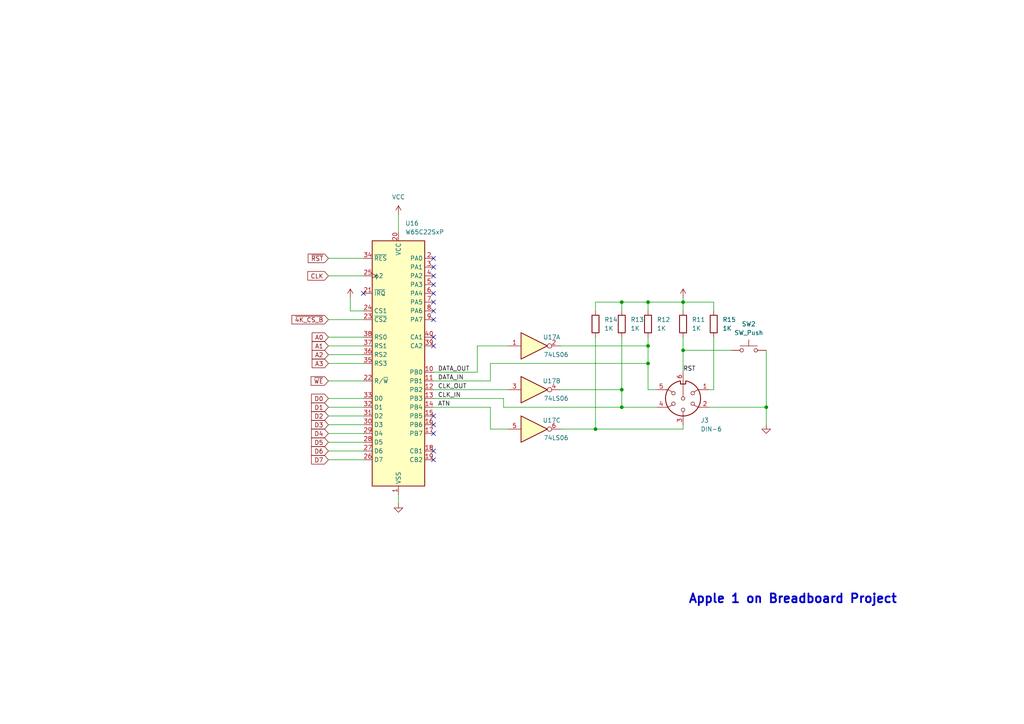
<source format=kicad_sch>
(kicad_sch (version 20230121) (generator eeschema)
  (paper "A4")
  (title_block (title "IEC Interface"))
  (lib_symbols
    (symbol "74xx:74LS06" (pin_names (offset 1.016))
      (property "Reference" "U" (at 0 1.27 0))
      (property "Value" "74LS06" (at 0 -1.27 0))
      (symbol "74LS06_1_0"
        (polyline (pts (xy -3.81 3.81) (xy -3.81 -3.81) (xy 3.81 0) (xy -3.81 3.81)) (stroke (width 0.254)) (fill (type background)))
        (pin input line (at -7.62 0 0) (length 3.81) (name "~") (number "1"))
        (pin open_collector inverted (at 7.62 0 180) (length 3.81) (name "~") (number "2"))
      )
      (symbol "74LS06_2_0"
        (polyline (pts (xy -3.81 3.81) (xy -3.81 -3.81) (xy 3.81 0) (xy -3.81 3.81)) (stroke (width 0.254)) (fill (type background)))
        (pin input line (at -7.62 0 0) (length 3.81) (name "~") (number "3"))
        (pin open_collector inverted (at 7.62 0 180) (length 3.81) (name "~") (number "4"))
      )
      (symbol "74LS06_3_0"
        (polyline (pts (xy -3.81 3.81) (xy -3.81 -3.81) (xy 3.81 0) (xy -3.81 3.81)) (stroke (width 0.254)) (fill (type background)))
        (pin input line (at -7.62 0 0) (length 3.81) (name "~") (number "5"))
        (pin open_collector inverted (at 7.62 0 180) (length 3.81) (name "~") (number "6"))
      )
      (symbol "74LS06_4_0"
        (polyline (pts (xy -3.81 3.81) (xy -3.81 -3.81) (xy 3.81 0) (xy -3.81 3.81)) (stroke (width 0.254)) (fill (type background)))
        (pin open_collector inverted (at 7.62 0 180) (length 3.81) (name "~") (number "8"))
        (pin input line (at -7.62 0 0) (length 3.81) (name "~") (number "9"))
      )
      (symbol "74LS06_5_0"
        (polyline (pts (xy -3.81 3.81) (xy -3.81 -3.81) (xy 3.81 0) (xy -3.81 3.81)) (stroke (width 0.254)) (fill (type background)))
        (pin open_collector inverted (at 7.62 0 180) (length 3.81) (name "~") (number "10"))
        (pin input line (at -7.62 0 0) (length 3.81) (name "~") (number "11"))
      )
      (symbol "74LS06_6_0"
        (polyline (pts (xy -3.81 3.81) (xy -3.81 -3.81) (xy 3.81 0) (xy -3.81 3.81)) (stroke (width 0.254)) (fill (type background)))
        (pin open_collector inverted (at 7.62 0 180) (length 3.81) (name "~") (number "12"))
        (pin input line (at -7.62 0 0) (length 3.81) (name "~") (number "13"))
      )
      (symbol "74LS06_7_0"
        (pin power_in line (at 0 12.7 270) (length 5.08) (name "VCC") (number "14"))
        (pin power_in line (at 0 -12.7 90) (length 5.08) (name "GND") (number "7"))
      )
      (symbol "74LS06_7_1"
        (rectangle (start -5.08 7.62) (end 5.08 -7.62) (stroke (width 0.254)) (fill (type background)))
      )
    )
    (symbol "Connector:DIN-6" (pin_names (offset 1.016))
      (property "Reference" "J" (at 3.175 5.715 0))
      (property "Value" "DIN-6" (at 4.445 -4.445 0))
      (symbol "DIN-6_0_1"
        (arc (start -5.08 0) (mid -3.8609 -3.3364) (end -0.762 -5.08) (stroke (width 0.254)))
        (circle (center -2.794 -1.524) (radius 0.508))
        (circle (center -2.794 1.524) (radius 0.508))
        (polyline (pts (xy 0 -5.08) (xy 0 -0.508)))
        (polyline (pts (xy 0 5.08) (xy 0 3.81)))
        (polyline (pts (xy -5.08 -2.54) (xy -4.318 -2.54) (xy -3.175 -1.905)))
        (polyline (pts (xy -5.08 2.54) (xy -4.318 2.54) (xy -3.175 1.905)))
        (polyline (pts (xy 5.08 -2.54) (xy 4.318 -2.54) (xy 3.175 -1.905)))
        (polyline (pts (xy 5.08 2.54) (xy 4.318 2.54) (xy 3.175 1.905)))
        (polyline (pts (xy -0.762 -4.953) (xy -0.762 -4.191) (xy 0.762 -4.191) (xy 0.762 -4.953)) (stroke (width 0.254)))
        (circle (center 0 0) (radius 0.508))
        (circle (center 0 3.302) (radius 0.508))
        (arc (start 0.762 -5.08) (mid 3.8685 -3.343) (end 5.08 0) (stroke (width 0.254)))
        (circle (center 2.794 -1.524) (radius 0.508))
        (circle (center 2.794 1.524) (radius 0.508))
        (arc (start 5.08 0) (mid 0 5.0579) (end -5.08 0) (stroke (width 0.254)))
      )
      (symbol "DIN-6_1_1"
        (pin passive line (at -7.62 -2.54 0) (length 2.54) (name "~") (number "1"))
        (pin passive line (at -7.62 2.54 0) (length 2.54) (name "~") (number "2"))
        (pin passive line (at 0 7.62 270) (length 2.54) (name "~") (number "3"))
        (pin passive line (at 7.62 2.54 180) (length 2.54) (name "~") (number "4"))
        (pin passive line (at 7.62 -2.54 180) (length 2.54) (name "~") (number "5"))
        (pin passive line (at 0 -7.62 90) (length 2.54) (name "~") (number "6"))
      )
    )
    (symbol "Device:R" (pin_numbers hide) (pin_names (offset 0))
      (property "Reference" "R" (at 2.032 0 90))
      (property "Value" "R" (at 0 0 90))
      (symbol "R_0_1"
        (rectangle (start -1.016 -2.54) (end 1.016 2.54) (stroke (width 0.254)))
      )
      (symbol "R_1_1"
        (pin passive line (at 0 3.81 270) (length 1.27) (name "~") (number "1"))
        (pin passive line (at 0 -3.81 90) (length 1.27) (name "~") (number "2"))
      )
    )
    (symbol "PCM_65xx-library:W65C22SxP"
      (property "Reference" "U" (at 2.54 40.64 0))
      (property "Value" "W65C22SxP" (at 2.54 38.1 0))
      (symbol "W65C22SxP_0_1"
        (rectangle (start -7.62 35.56) (end 7.62 -35.56) (stroke (width 0.254)) (fill (type background)))
      )
      (symbol "W65C22SxP_1_1"
        (pin power_in line (at 0 -38.1 90) (length 2.54) (name "VSS") (number "1"))
        (pin bidirectional line (at 10.16 -2.54 180) (length 2.54) (name "PB0") (number "10"))
        (pin bidirectional line (at 10.16 -5.08 180) (length 2.54) (name "PB1") (number "11"))
        (pin bidirectional line (at 10.16 -7.62 180) (length 2.54) (name "PB2") (number "12"))
        (pin bidirectional line (at 10.16 -10.16 180) (length 2.54) (name "PB3") (number "13"))
        (pin bidirectional line (at 10.16 -12.7 180) (length 2.54) (name "PB4") (number "14"))
        (pin bidirectional line (at 10.16 -15.24 180) (length 2.54) (name "PB5") (number "15"))
        (pin bidirectional line (at 10.16 -17.78 180) (length 2.54) (name "PB6") (number "16"))
        (pin bidirectional line (at 10.16 -20.32 180) (length 2.54) (name "PB7") (number "17"))
        (pin input line (at 10.16 -25.4 180) (length 2.54) (name "CB1") (number "18"))
        (pin bidirectional line (at 10.16 -27.94 180) (length 2.54) (name "CB2") (number "19"))
        (pin bidirectional line (at 10.16 30.48 180) (length 2.54) (name "PA0") (number "2"))
        (pin power_in line (at 0 38.1 270) (length 2.54) (name "VCC") (number "20"))
        (pin output line (at -10.16 20.32 0) (length 2.54) (name "~{IRQ}") (number "21"))
        (pin input line (at -10.16 -5.08 0) (length 2.54) (name "R/~{W}") (number "22"))
        (pin input line (at -10.16 12.7 0) (length 2.54) (name "~{CS2}") (number "23"))
        (pin input line (at -10.16 15.24 0) (length 2.54) (name "CS1") (number "24"))
        (pin input clock (at -10.16 25.4 0) (length 2.54) (name "ϕ2") (number "25"))
        (pin bidirectional line (at -10.16 -27.94 0) (length 2.54) (name "D7") (number "26"))
        (pin bidirectional line (at -10.16 -25.4 0) (length 2.54) (name "D6") (number "27"))
        (pin bidirectional line (at -10.16 -22.86 0) (length 2.54) (name "D5") (number "28"))
        (pin bidirectional line (at -10.16 -20.32 0) (length 2.54) (name "D4") (number "29"))
        (pin bidirectional line (at 10.16 27.94 180) (length 2.54) (name "PA1") (number "3"))
        (pin bidirectional line (at -10.16 -17.78 0) (length 2.54) (name "D3") (number "30"))
        (pin bidirectional line (at -10.16 -15.24 0) (length 2.54) (name "D2") (number "31"))
        (pin bidirectional line (at -10.16 -12.7 0) (length 2.54) (name "D1") (number "32"))
        (pin bidirectional line (at -10.16 -10.16 0) (length 2.54) (name "D0") (number "33"))
        (pin input line (at -10.16 30.48 0) (length 2.54) (name "~{RES}") (number "34"))
        (pin input line (at -10.16 0 0) (length 2.54) (name "RS3") (number "35"))
        (pin input line (at -10.16 2.54 0) (length 2.54) (name "RS2") (number "36"))
        (pin input line (at -10.16 5.08 0) (length 2.54) (name "RS1") (number "37"))
        (pin input line (at -10.16 7.62 0) (length 2.54) (name "RS0") (number "38"))
        (pin bidirectional line (at 10.16 5.08 180) (length 2.54) (name "CA2") (number "39"))
        (pin bidirectional line (at 10.16 25.4 180) (length 2.54) (name "PA2") (number "4"))
        (pin input line (at 10.16 7.62 180) (length 2.54) (name "CA1") (number "40"))
        (pin bidirectional line (at 10.16 22.86 180) (length 2.54) (name "PA3") (number "5"))
        (pin bidirectional line (at 10.16 20.32 180) (length 2.54) (name "PA4") (number "6"))
        (pin bidirectional line (at 10.16 17.78 180) (length 2.54) (name "PA5") (number "7"))
        (pin bidirectional line (at 10.16 15.24 180) (length 2.54) (name "PA6") (number "8"))
        (pin bidirectional line (at 10.16 12.7 180) (length 2.54) (name "PA7") (number "9"))
      )
    )
    (symbol "Switch:SW_Push" (pin_numbers hide) (pin_names (offset 1.016) hide)
      (property "Reference" "SW" (at 1.27 2.54 0))
      (property "Value" "SW_Push" (at 0 -1.524 0))
      (symbol "SW_Push_0_1"
        (circle (center -2.032 0) (radius 0.508))
        (polyline (pts (xy 0 1.27) (xy 0 3.048)))
        (polyline (pts (xy 2.54 1.27) (xy -2.54 1.27)))
        (circle (center 2.032 0) (radius 0.508))
        (pin passive line (at -5.08 0 0) (length 2.54) (name "1") (number "1"))
        (pin passive line (at 5.08 0 180) (length 2.54) (name "2") (number "2"))
      )
    )
    (symbol "power:GND" (power) (pin_names (offset 0))
      (property "Value" "GND" (at 0 -3.81 0))
      (symbol "GND_0_1"
        (polyline (pts (xy 0 0) (xy 0 -1.27) (xy 1.27 -1.27) (xy 0 -2.54) (xy -1.27 -1.27) (xy 0 -1.27)))
      )
      (symbol "GND_1_1"
        (pin power_in line (at 0 0 270) (length 0) hide (name "GND") (number "1"))
      )
    )
    (symbol "power:VCC" (power) (pin_names (offset 0))
      (property "Value" "VCC" (at 0 3.81 0))
      (symbol "VCC_0_1"
        (polyline (pts (xy -0.762 1.27) (xy 0 2.54)))
        (polyline (pts (xy 0 0) (xy 0 2.54)))
        (polyline (pts (xy 0 2.54) (xy 0.762 1.27)))
      )
      (symbol "VCC_1_1"
        (pin power_in line (at 0 0 90) (length 0) hide (name "VCC") (number "1"))
      )
    )
  )
  (junction (at 180.34 87.63))
  (junction (at 187.96 87.63))
  (junction (at 198.12 101.6))
  (junction (at 180.34 113.03))
  (junction (at 172.72 124.46))
  (junction (at 222.25 118.11))
  (junction (at 198.12 87.63))
  (junction (at 187.96 100.33))
  (junction (at 187.96 105.41))
  (junction (at 180.34 118.11))
  (no_connect (at 125.73 125.73))
  (no_connect (at 125.73 133.35))
  (no_connect (at 125.73 82.55))
  (no_connect (at 125.73 92.71))
  (no_connect (at 125.73 120.65))
  (no_connect (at 125.73 130.81))
  (no_connect (at 125.73 85.09))
  (no_connect (at 125.73 74.93))
  (no_connect (at 125.73 80.01))
  (no_connect (at 125.73 90.17))
  (no_connect (at 125.73 100.33))
  (no_connect (at 125.73 123.19))
  (no_connect (at 125.73 87.63))
  (no_connect (at 105.41 85.09))
  (no_connect (at 125.73 97.79))
  (no_connect (at 125.73 77.47))
  (wire (pts (xy 142.24 124.46) (xy 147.32 124.46)))
  (wire (pts (xy 180.34 118.11) (xy 190.5 118.11)))
  (wire (pts (xy 198.12 124.46) (xy 172.72 124.46)))
  (wire (pts (xy 125.73 107.95) (xy 138.43 107.95)))
  (wire (pts (xy 198.12 101.6) (xy 212.09 101.6)))
  (wire (pts (xy 95.25 80.01) (xy 105.41 80.01)))
  (wire (pts (xy 115.57 62.23) (xy 115.57 67.31)))
  (wire (pts (xy 198.12 97.79) (xy 198.12 101.6)))
  (wire (pts (xy 222.25 101.6) (xy 222.25 118.11)))
  (wire (pts (xy 180.34 90.17) (xy 180.34 87.63)))
  (wire (pts (xy 180.34 87.63) (xy 187.96 87.63)))
  (wire (pts (xy 95.25 92.71) (xy 105.41 92.71)))
  (wire (pts (xy 95.25 102.87) (xy 105.41 102.87)))
  (wire (pts (xy 95.25 123.19) (xy 105.41 123.19)))
  (wire (pts (xy 95.25 128.27) (xy 105.41 128.27)))
  (wire (pts (xy 95.25 100.33) (xy 105.41 100.33)))
  (wire (pts (xy 205.74 118.11) (xy 222.25 118.11)))
  (wire (pts (xy 162.56 113.03) (xy 180.34 113.03)))
  (wire (pts (xy 142.24 118.11) (xy 142.24 124.46)))
  (wire (pts (xy 172.72 87.63) (xy 180.34 87.63)))
  (wire (pts (xy 180.34 113.03) (xy 180.34 118.11)))
  (wire (pts (xy 95.25 120.65) (xy 105.41 120.65)))
  (wire (pts (xy 187.96 113.03) (xy 190.5 113.03)))
  (wire (pts (xy 95.25 110.49) (xy 105.41 110.49)))
  (wire (pts (xy 142.24 110.49) (xy 142.24 105.41)))
  (wire (pts (xy 207.01 90.17) (xy 207.01 87.63)))
  (wire (pts (xy 146.05 115.57) (xy 146.05 118.11)))
  (wire (pts (xy 198.12 123.19) (xy 198.12 124.46)))
  (wire (pts (xy 207.01 87.63) (xy 198.12 87.63)))
  (wire (pts (xy 101.6 90.17) (xy 105.41 90.17)))
  (wire (pts (xy 222.25 118.11) (xy 222.25 123.19)))
  (wire (pts (xy 125.73 110.49) (xy 142.24 110.49)))
  (wire (pts (xy 142.24 105.41) (xy 187.96 105.41)))
  (wire (pts (xy 198.12 86.36) (xy 198.12 87.63)))
  (wire (pts (xy 95.25 118.11) (xy 105.41 118.11)))
  (wire (pts (xy 95.25 133.35) (xy 105.41 133.35)))
  (wire (pts (xy 95.25 105.41) (xy 105.41 105.41)))
  (wire (pts (xy 198.12 101.6) (xy 198.12 107.95)))
  (wire (pts (xy 95.25 125.73) (xy 105.41 125.73)))
  (wire (pts (xy 115.57 143.51) (xy 115.57 146.05)))
  (wire (pts (xy 205.74 113.03) (xy 207.01 113.03)))
  (wire (pts (xy 187.96 97.79) (xy 187.96 100.33)))
  (wire (pts (xy 172.72 90.17) (xy 172.72 87.63)))
  (wire (pts (xy 187.96 87.63) (xy 198.12 87.63)))
  (wire (pts (xy 138.43 107.95) (xy 138.43 100.33)))
  (wire (pts (xy 95.25 74.93) (xy 105.41 74.93)))
  (wire (pts (xy 187.96 90.17) (xy 187.96 87.63)))
  (wire (pts (xy 101.6 86.36) (xy 101.6 90.17)))
  (wire (pts (xy 180.34 97.79) (xy 180.34 113.03)))
  (wire (pts (xy 95.25 115.57) (xy 105.41 115.57)))
  (wire (pts (xy 187.96 105.41) (xy 187.96 113.03)))
  (wire (pts (xy 95.25 97.79) (xy 105.41 97.79)))
  (wire (pts (xy 198.12 87.63) (xy 198.12 90.17)))
  (wire (pts (xy 125.73 115.57) (xy 146.05 115.57)))
  (wire (pts (xy 146.05 118.11) (xy 180.34 118.11)))
  (wire (pts (xy 95.25 130.81) (xy 105.41 130.81)))
  (wire (pts (xy 172.72 124.46) (xy 162.56 124.46)))
  (wire (pts (xy 125.73 118.11) (xy 142.24 118.11)))
  (wire (pts (xy 187.96 100.33) (xy 187.96 105.41)))
  (wire (pts (xy 125.73 113.03) (xy 147.32 113.03)))
  (wire (pts (xy 138.43 100.33) (xy 147.32 100.33)))
  (wire (pts (xy 162.56 100.33) (xy 187.96 100.33)))
  (wire (pts (xy 207.01 113.03) (xy 207.01 97.79)))
  (wire (pts (xy 172.72 97.79) (xy 172.72 124.46)))
  (text "Apple 1 on Breadboard Project" (at 260.35 175.26 0) (effects (font (size 2.54 2.54) (thickness 0.508) bold) (justify right bottom)))
  (label "CLK_IN" (at 127 115.57 0))
  (label "DATA_OUT" (at 127 107.95 0))
  (label "RST" (at 198.12 107.95 0))
  (label "DATA_IN" (at 127 110.49 0))
  (label "ATN" (at 127 118.11 0))
  (label "CLK_OUT" (at 127 113.03 0))
  (global_label "CLK" (shape input) (at 95.25 80.01 180) (property "Intersheetrefs" "${INTERSHEET_REFS}" (effects hide)))
  (global_label "D5" (shape input) (at 95.25 128.27 180) (property "Intersheetrefs" "${INTERSHEET_REFS}" (effects hide)))
  (global_label "~{RST}" (shape input) (at 95.25 74.93 180) (property "Intersheetrefs" "${INTERSHEET_REFS}" (effects hide)))
  (global_label "~{WE}" (shape input) (at 95.25 110.49 180) (property "Intersheetrefs" "${INTERSHEET_REFS}" (effects hide)))
  (global_label "A3" (shape input) (at 95.25 105.41 180) (property "Intersheetrefs" "${INTERSHEET_REFS}" (effects hide)))
  (global_label "D1" (shape input) (at 95.25 118.11 180) (property "Intersheetrefs" "${INTERSHEET_REFS}" (effects hide)))
  (global_label "D4" (shape input) (at 95.25 125.73 180) (property "Intersheetrefs" "${INTERSHEET_REFS}" (effects hide)))
  (global_label "A2" (shape input) (at 95.25 102.87 180) (property "Intersheetrefs" "${INTERSHEET_REFS}" (effects hide)))
  (global_label "A0" (shape input) (at 95.25 97.79 180) (property "Intersheetrefs" "${INTERSHEET_REFS}" (effects hide)))
  (global_label "D2" (shape input) (at 95.25 120.65 180) (property "Intersheetrefs" "${INTERSHEET_REFS}" (effects hide)))
  (global_label "~{4K_CS_B}" (shape input) (at 95.25 92.71 180) (property "Intersheetrefs" "${INTERSHEET_REFS}" (effects hide)))
  (global_label "D0" (shape input) (at 95.25 115.57 180) (property "Intersheetrefs" "${INTERSHEET_REFS}" (effects hide)))
  (global_label "D7" (shape input) (at 95.25 133.35 180) (property "Intersheetrefs" "${INTERSHEET_REFS}" (effects hide)))
  (global_label "D3" (shape input) (at 95.25 123.19 180) (property "Intersheetrefs" "${INTERSHEET_REFS}" (effects hide)))
  (global_label "A1" (shape input) (at 95.25 100.33 180) (property "Intersheetrefs" "${INTERSHEET_REFS}" (effects hide)))
  (global_label "D6" (shape input) (at 95.25 130.81 180) (property "Intersheetrefs" "${INTERSHEET_REFS}" (effects hide)))
  (symbol (lib_id "power:VCC") (at 198.12 86.36 0) (unit 1)
    (property "Reference" "#PWR024" (effects hide))
    (property "Value" "VCC" (effects hide))
  )
  (symbol (lib_id "power:GND") (at 115.57 146.05 0) (unit 1)
    (property "Reference" "#PWR027" (effects hide))
    (property "Value" "GND" (effects hide))
  )
  (symbol (lib_id "power:VCC") (at 101.6 86.36 0) (unit 1)
    (property "Reference" "#PWR026" (effects hide))
    (property "Value" "VCC" (effects hide))
  )
  (symbol (lib_id "Device:R") (at 198.12 93.98 0) (unit 1)
    (property "Reference" "R11" (at 200.66 92.71 0) (effects (justify left)))
    (property "Value" "1K" (at 200.66 95.25 0) (effects (justify left)))
  )
  (symbol (lib_id "Device:R") (at 187.96 93.98 0) (unit 1)
    (property "Reference" "R12" (at 190.5 92.71 0) (effects (justify left)))
    (property "Value" "1K" (at 190.5 95.25 0) (effects (justify left)))
  )
  (symbol (lib_id "Switch:SW_Push") (at 217.17 101.6 0) (unit 1)
    (property "Reference" "SW2" (at 217.17 93.98 0))
    (property "Value" "SW_Push" (at 217.17 96.52 0))
  )
  (symbol (lib_id "power:VCC") (at 115.57 62.23 0) (unit 1)
    (property "Reference" "#PWR025" (effects hide))
    (property "Value" "VCC" (at 115.57 57.15 0))
  )
  (symbol (lib_id "74xx:74LS06") (at 154.94 113.03 0) (unit 2)
    (property "Reference" "U17" (at 160.02 110.49 0))
    (property "Value" "74LS06" (at 161.29 115.57 0))
    (property "Datasheet" "http://www.ti.com/lit/gpn/sn74LS06" (effects hide))
  )
  (symbol (lib_id "Device:R") (at 207.01 93.98 0) (unit 1)
    (property "Reference" "R15" (at 209.55 92.71 0) (effects (justify left)))
    (property "Value" "1K" (at 209.55 95.25 0) (effects (justify left)))
  )
  (symbol (lib_id "Connector:DIN-6") (at 198.12 115.57 180) (unit 1)
    (property "Reference" "J3" (at 203.2 121.92 0) (effects (justify right)))
    (property "Value" "DIN-6" (at 203.2 124.46 0) (effects (justify right)))
    (property "Datasheet" "http://www.mouser.com/ds/2/18/40_c091_abd_e-75918.pdf" (effects hide))
  )
  (symbol (lib_id "power:GND") (at 222.25 123.19 0) (unit 1)
    (property "Reference" "#PWR023" (effects hide))
    (property "Value" "GND" (effects hide))
  )
  (symbol (lib_id "74xx:74LS06") (at 154.94 124.46 0) (unit 3)
    (property "Reference" "U17" (at 160.02 121.92 0))
    (property "Value" "74LS06" (at 161.29 127 0))
    (property "Datasheet" "http://www.ti.com/lit/gpn/sn74LS06" (effects hide))
  )
  (symbol (lib_id "Device:R") (at 180.34 93.98 0) (unit 1)
    (property "Reference" "R13" (at 182.88 92.71 0) (effects (justify left)))
    (property "Value" "1K" (at 182.88 95.25 0) (effects (justify left)))
  )
  (symbol (lib_id "74xx:74LS06") (at 154.94 100.33 0) (unit 1)
    (property "Reference" "U17" (at 160.02 97.79 0))
    (property "Value" "74LS06" (at 161.29 102.87 0))
    (property "Datasheet" "http://www.ti.com/lit/gpn/sn74LS06" (effects hide))
  )
  (symbol (lib_id "PCM_65xx-library:W65C22SxP") (at 115.57 105.41 0) (unit 1)
    (property "Reference" "U16" (at 117.5259 64.77 0) (effects (justify left)))
    (property "Value" "W65C22SxP" (at 117.5259 67.31 0) (effects (justify left)))
    (property "Footprint" "Package_DIP:DIP-40_W15.24mm" (effects hide))
    (property "Datasheet" "http://www.westerndesigncenter.com/wdc/documentation/w65c22.pdf" (effects hide))
  )
  (symbol (lib_id "Device:R") (at 172.72 93.98 0) (unit 1)
    (property "Reference" "R14" (at 175.26 92.71 0) (effects (justify left)))
    (property "Value" "1K" (at 175.26 95.25 0) (effects (justify left)))
  )
)
</source>
